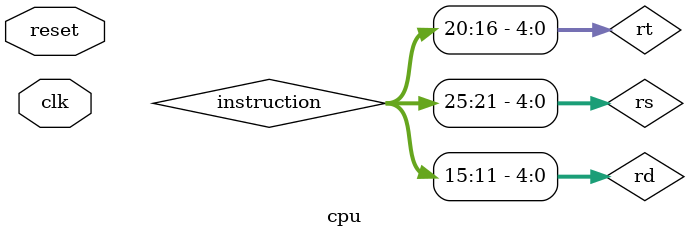
<source format=v>
module cpu (
    input clk,
    input reset
);

    wire [31:0] instruction, pc_next, pc;
    wire [31:0] reg_data1, reg_data2, alu_result;
    wire [31:0] sign_ext_imm, write_data;
    wire [4:0] rs, rt, rd;
    wire [3:0] alu_control;
    wire reg_write, alu_src, mem_to_reg, branch, jump;

    // Program Counter
    pc PC (
        .clk(clk),
        .reset(reset),
        .pc_next(pc_next),
        .pc(pc)
    );

    // Instruction Memory
    instruction_memory IM (
        .pc(pc),
        .instruction(instruction)
    );

    assign rs = instruction[25:21];
    assign rt = instruction[20:16];
    assign rd = instruction[15:11];

    // Register File
    register_file RF (
        .clk(clk),
        .reg_write(reg_write),
        .rs(rs),
        .rt(rt),
        .rd(rd),
        .write_data(write_data),
        .reg_data1(reg_data1),
        .reg_data2(reg_data2)
    );

    // ALU Control Unit
    control_unit CU (
        .opcode(instruction[31:26]),
        .alu_op(alu_control),
        .reg_write(reg_write),
        .alu_src(alu_src),
        .mem_to_reg(mem_to_reg),
        .branch(branch),
        .jump(jump)
    );

    // ALU
    alu ALU (
        .alu_control(alu_control),
        .input1(reg_data1),
        .input2(alu_src ? sign_ext_imm : reg_data2),
        .alu_result(alu_result)
    );

    assign pc_next = pc + 4; // Simple PC increment (no branching yet)

endmodule

</source>
